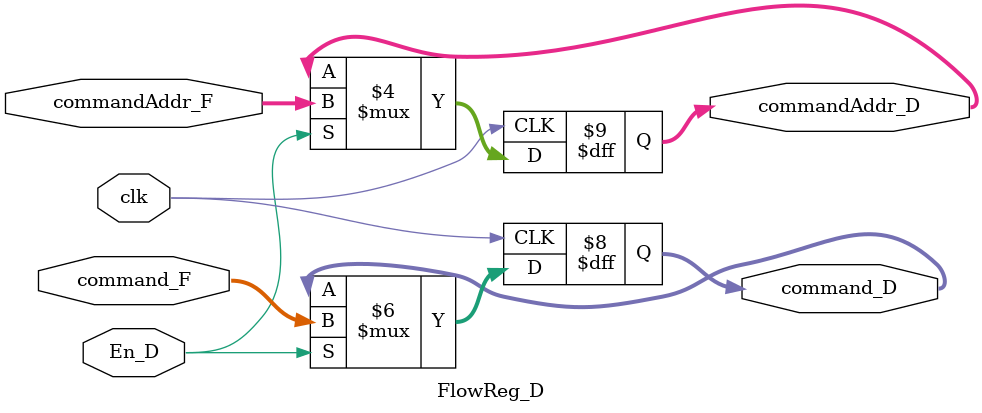
<source format=v>
module FlowReg_D (
    input  wire clk,
    input  wire En_D,
    //input  wire CLR_D,
    input  wire [31:0] command_F,
    input  wire [31:0] commandAddr_F,
    output reg [31:0] command_D,
    output reg [31:0] commandAddr_D
);

    initial begin
        command_D = 0;
        commandAddr_D = 0;
    end

    always @(posedge clk) begin
        // if(CLR_D == 1)begin
        //     command_D <= 0;
        //     commandAddr_D <= 0;
        // end
        // else 
        if(En_D == 1) begin
            command_D <= command_F;
            commandAddr_D <= commandAddr_F;
        end
    end



endmodule //FlowReg_D
</source>
